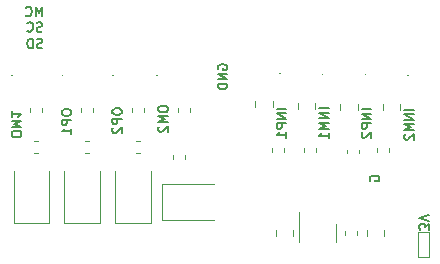
<source format=gbr>
%TF.GenerationSoftware,KiCad,Pcbnew,8.0.3*%
%TF.CreationDate,2024-06-12T16:29:16-04:00*%
%TF.ProjectId,tac5212_audio_board_single_ended,74616335-3231-4325-9f61-7564696f5f62,rev?*%
%TF.SameCoordinates,Original*%
%TF.FileFunction,Legend,Bot*%
%TF.FilePolarity,Positive*%
%FSLAX46Y46*%
G04 Gerber Fmt 4.6, Leading zero omitted, Abs format (unit mm)*
G04 Created by KiCad (PCBNEW 8.0.3) date 2024-06-12 16:29:16*
%MOMM*%
%LPD*%
G01*
G04 APERTURE LIST*
%ADD10C,0.150000*%
%ADD11C,0.120000*%
%ADD12C,0.100000*%
G04 APERTURE END LIST*
D10*
X99862295Y-108066541D02*
X99862295Y-108218922D01*
X99862295Y-108218922D02*
X99900390Y-108295112D01*
X99900390Y-108295112D02*
X99976580Y-108371303D01*
X99976580Y-108371303D02*
X100128961Y-108409398D01*
X100128961Y-108409398D02*
X100395628Y-108409398D01*
X100395628Y-108409398D02*
X100548009Y-108371303D01*
X100548009Y-108371303D02*
X100624200Y-108295112D01*
X100624200Y-108295112D02*
X100662295Y-108218922D01*
X100662295Y-108218922D02*
X100662295Y-108066541D01*
X100662295Y-108066541D02*
X100624200Y-107990350D01*
X100624200Y-107990350D02*
X100548009Y-107914160D01*
X100548009Y-107914160D02*
X100395628Y-107876064D01*
X100395628Y-107876064D02*
X100128961Y-107876064D01*
X100128961Y-107876064D02*
X99976580Y-107914160D01*
X99976580Y-107914160D02*
X99900390Y-107990350D01*
X99900390Y-107990350D02*
X99862295Y-108066541D01*
X100662295Y-108752255D02*
X99862295Y-108752255D01*
X99862295Y-108752255D02*
X99862295Y-109057017D01*
X99862295Y-109057017D02*
X99900390Y-109133207D01*
X99900390Y-109133207D02*
X99938485Y-109171302D01*
X99938485Y-109171302D02*
X100014676Y-109209398D01*
X100014676Y-109209398D02*
X100128961Y-109209398D01*
X100128961Y-109209398D02*
X100205152Y-109171302D01*
X100205152Y-109171302D02*
X100243247Y-109133207D01*
X100243247Y-109133207D02*
X100281342Y-109057017D01*
X100281342Y-109057017D02*
X100281342Y-108752255D01*
X99938485Y-109514159D02*
X99900390Y-109552255D01*
X99900390Y-109552255D02*
X99862295Y-109628445D01*
X99862295Y-109628445D02*
X99862295Y-109818921D01*
X99862295Y-109818921D02*
X99900390Y-109895112D01*
X99900390Y-109895112D02*
X99938485Y-109933207D01*
X99938485Y-109933207D02*
X100014676Y-109971302D01*
X100014676Y-109971302D02*
X100090866Y-109971302D01*
X100090866Y-109971302D02*
X100205152Y-109933207D01*
X100205152Y-109933207D02*
X100662295Y-109476064D01*
X100662295Y-109476064D02*
X100662295Y-109971302D01*
X121762295Y-107924160D02*
X120962295Y-107924160D01*
X121762295Y-108305112D02*
X120962295Y-108305112D01*
X120962295Y-108305112D02*
X121762295Y-108762255D01*
X121762295Y-108762255D02*
X120962295Y-108762255D01*
X121762295Y-109143207D02*
X120962295Y-109143207D01*
X120962295Y-109143207D02*
X120962295Y-109447969D01*
X120962295Y-109447969D02*
X121000390Y-109524159D01*
X121000390Y-109524159D02*
X121038485Y-109562254D01*
X121038485Y-109562254D02*
X121114676Y-109600350D01*
X121114676Y-109600350D02*
X121228961Y-109600350D01*
X121228961Y-109600350D02*
X121305152Y-109562254D01*
X121305152Y-109562254D02*
X121343247Y-109524159D01*
X121343247Y-109524159D02*
X121381342Y-109447969D01*
X121381342Y-109447969D02*
X121381342Y-109143207D01*
X121038485Y-109905111D02*
X121000390Y-109943207D01*
X121000390Y-109943207D02*
X120962295Y-110019397D01*
X120962295Y-110019397D02*
X120962295Y-110209873D01*
X120962295Y-110209873D02*
X121000390Y-110286064D01*
X121000390Y-110286064D02*
X121038485Y-110324159D01*
X121038485Y-110324159D02*
X121114676Y-110362254D01*
X121114676Y-110362254D02*
X121190866Y-110362254D01*
X121190866Y-110362254D02*
X121305152Y-110324159D01*
X121305152Y-110324159D02*
X121762295Y-109867016D01*
X121762295Y-109867016D02*
X121762295Y-110362254D01*
X108800390Y-104572744D02*
X108762295Y-104496554D01*
X108762295Y-104496554D02*
X108762295Y-104382268D01*
X108762295Y-104382268D02*
X108800390Y-104267982D01*
X108800390Y-104267982D02*
X108876580Y-104191792D01*
X108876580Y-104191792D02*
X108952771Y-104153697D01*
X108952771Y-104153697D02*
X109105152Y-104115601D01*
X109105152Y-104115601D02*
X109219438Y-104115601D01*
X109219438Y-104115601D02*
X109371819Y-104153697D01*
X109371819Y-104153697D02*
X109448009Y-104191792D01*
X109448009Y-104191792D02*
X109524200Y-104267982D01*
X109524200Y-104267982D02*
X109562295Y-104382268D01*
X109562295Y-104382268D02*
X109562295Y-104458459D01*
X109562295Y-104458459D02*
X109524200Y-104572744D01*
X109524200Y-104572744D02*
X109486104Y-104610840D01*
X109486104Y-104610840D02*
X109219438Y-104610840D01*
X109219438Y-104610840D02*
X109219438Y-104458459D01*
X109562295Y-104953697D02*
X108762295Y-104953697D01*
X108762295Y-104953697D02*
X109562295Y-105410840D01*
X109562295Y-105410840D02*
X108762295Y-105410840D01*
X109562295Y-105791792D02*
X108762295Y-105791792D01*
X108762295Y-105791792D02*
X108762295Y-105982268D01*
X108762295Y-105982268D02*
X108800390Y-106096554D01*
X108800390Y-106096554D02*
X108876580Y-106172744D01*
X108876580Y-106172744D02*
X108952771Y-106210839D01*
X108952771Y-106210839D02*
X109105152Y-106248935D01*
X109105152Y-106248935D02*
X109219438Y-106248935D01*
X109219438Y-106248935D02*
X109371819Y-106210839D01*
X109371819Y-106210839D02*
X109448009Y-106172744D01*
X109448009Y-106172744D02*
X109524200Y-106096554D01*
X109524200Y-106096554D02*
X109562295Y-105982268D01*
X109562295Y-105982268D02*
X109562295Y-105791792D01*
X125362295Y-107971660D02*
X124562295Y-107971660D01*
X125362295Y-108352612D02*
X124562295Y-108352612D01*
X124562295Y-108352612D02*
X125362295Y-108809755D01*
X125362295Y-108809755D02*
X124562295Y-108809755D01*
X125362295Y-109190707D02*
X124562295Y-109190707D01*
X124562295Y-109190707D02*
X125133723Y-109457373D01*
X125133723Y-109457373D02*
X124562295Y-109724040D01*
X124562295Y-109724040D02*
X125362295Y-109724040D01*
X124638485Y-110066897D02*
X124600390Y-110104993D01*
X124600390Y-110104993D02*
X124562295Y-110181183D01*
X124562295Y-110181183D02*
X124562295Y-110371659D01*
X124562295Y-110371659D02*
X124600390Y-110447850D01*
X124600390Y-110447850D02*
X124638485Y-110485945D01*
X124638485Y-110485945D02*
X124714676Y-110524040D01*
X124714676Y-110524040D02*
X124790866Y-110524040D01*
X124790866Y-110524040D02*
X124905152Y-110485945D01*
X124905152Y-110485945D02*
X125362295Y-110028802D01*
X125362295Y-110028802D02*
X125362295Y-110524040D01*
X103762295Y-107841541D02*
X103762295Y-107993922D01*
X103762295Y-107993922D02*
X103800390Y-108070112D01*
X103800390Y-108070112D02*
X103876580Y-108146303D01*
X103876580Y-108146303D02*
X104028961Y-108184398D01*
X104028961Y-108184398D02*
X104295628Y-108184398D01*
X104295628Y-108184398D02*
X104448009Y-108146303D01*
X104448009Y-108146303D02*
X104524200Y-108070112D01*
X104524200Y-108070112D02*
X104562295Y-107993922D01*
X104562295Y-107993922D02*
X104562295Y-107841541D01*
X104562295Y-107841541D02*
X104524200Y-107765350D01*
X104524200Y-107765350D02*
X104448009Y-107689160D01*
X104448009Y-107689160D02*
X104295628Y-107651064D01*
X104295628Y-107651064D02*
X104028961Y-107651064D01*
X104028961Y-107651064D02*
X103876580Y-107689160D01*
X103876580Y-107689160D02*
X103800390Y-107765350D01*
X103800390Y-107765350D02*
X103762295Y-107841541D01*
X104562295Y-108527255D02*
X103762295Y-108527255D01*
X103762295Y-108527255D02*
X104333723Y-108793921D01*
X104333723Y-108793921D02*
X103762295Y-109060588D01*
X103762295Y-109060588D02*
X104562295Y-109060588D01*
X103838485Y-109403445D02*
X103800390Y-109441541D01*
X103800390Y-109441541D02*
X103762295Y-109517731D01*
X103762295Y-109517731D02*
X103762295Y-109708207D01*
X103762295Y-109708207D02*
X103800390Y-109784398D01*
X103800390Y-109784398D02*
X103838485Y-109822493D01*
X103838485Y-109822493D02*
X103914676Y-109860588D01*
X103914676Y-109860588D02*
X103990866Y-109860588D01*
X103990866Y-109860588D02*
X104105152Y-109822493D01*
X104105152Y-109822493D02*
X104562295Y-109365350D01*
X104562295Y-109365350D02*
X104562295Y-109860588D01*
X126647704Y-118137030D02*
X126647704Y-117641792D01*
X126647704Y-117641792D02*
X126342942Y-117908458D01*
X126342942Y-117908458D02*
X126342942Y-117794173D01*
X126342942Y-117794173D02*
X126304847Y-117717982D01*
X126304847Y-117717982D02*
X126266752Y-117679887D01*
X126266752Y-117679887D02*
X126190561Y-117641792D01*
X126190561Y-117641792D02*
X126000085Y-117641792D01*
X126000085Y-117641792D02*
X125923895Y-117679887D01*
X125923895Y-117679887D02*
X125885800Y-117717982D01*
X125885800Y-117717982D02*
X125847704Y-117794173D01*
X125847704Y-117794173D02*
X125847704Y-118022744D01*
X125847704Y-118022744D02*
X125885800Y-118098935D01*
X125885800Y-118098935D02*
X125923895Y-118137030D01*
X126647704Y-117413220D02*
X125847704Y-117146553D01*
X125847704Y-117146553D02*
X126647704Y-116879887D01*
X93908208Y-102724200D02*
X93793922Y-102762295D01*
X93793922Y-102762295D02*
X93603446Y-102762295D01*
X93603446Y-102762295D02*
X93527255Y-102724200D01*
X93527255Y-102724200D02*
X93489160Y-102686104D01*
X93489160Y-102686104D02*
X93451065Y-102609914D01*
X93451065Y-102609914D02*
X93451065Y-102533723D01*
X93451065Y-102533723D02*
X93489160Y-102457533D01*
X93489160Y-102457533D02*
X93527255Y-102419438D01*
X93527255Y-102419438D02*
X93603446Y-102381342D01*
X93603446Y-102381342D02*
X93755827Y-102343247D01*
X93755827Y-102343247D02*
X93832017Y-102305152D01*
X93832017Y-102305152D02*
X93870112Y-102267057D01*
X93870112Y-102267057D02*
X93908208Y-102190866D01*
X93908208Y-102190866D02*
X93908208Y-102114676D01*
X93908208Y-102114676D02*
X93870112Y-102038485D01*
X93870112Y-102038485D02*
X93832017Y-102000390D01*
X93832017Y-102000390D02*
X93755827Y-101962295D01*
X93755827Y-101962295D02*
X93565350Y-101962295D01*
X93565350Y-101962295D02*
X93451065Y-102000390D01*
X93108207Y-102762295D02*
X93108207Y-101962295D01*
X93108207Y-101962295D02*
X92917731Y-101962295D01*
X92917731Y-101962295D02*
X92803445Y-102000390D01*
X92803445Y-102000390D02*
X92727255Y-102076580D01*
X92727255Y-102076580D02*
X92689160Y-102152771D01*
X92689160Y-102152771D02*
X92651064Y-102305152D01*
X92651064Y-102305152D02*
X92651064Y-102419438D01*
X92651064Y-102419438D02*
X92689160Y-102571819D01*
X92689160Y-102571819D02*
X92727255Y-102648009D01*
X92727255Y-102648009D02*
X92803445Y-102724200D01*
X92803445Y-102724200D02*
X92917731Y-102762295D01*
X92917731Y-102762295D02*
X93108207Y-102762295D01*
X93922493Y-100062295D02*
X93922493Y-99262295D01*
X93922493Y-99262295D02*
X93655827Y-99833723D01*
X93655827Y-99833723D02*
X93389160Y-99262295D01*
X93389160Y-99262295D02*
X93389160Y-100062295D01*
X92551064Y-99986104D02*
X92589160Y-100024200D01*
X92589160Y-100024200D02*
X92703445Y-100062295D01*
X92703445Y-100062295D02*
X92779636Y-100062295D01*
X92779636Y-100062295D02*
X92893922Y-100024200D01*
X92893922Y-100024200D02*
X92970112Y-99948009D01*
X92970112Y-99948009D02*
X93008207Y-99871819D01*
X93008207Y-99871819D02*
X93046303Y-99719438D01*
X93046303Y-99719438D02*
X93046303Y-99605152D01*
X93046303Y-99605152D02*
X93008207Y-99452771D01*
X93008207Y-99452771D02*
X92970112Y-99376580D01*
X92970112Y-99376580D02*
X92893922Y-99300390D01*
X92893922Y-99300390D02*
X92779636Y-99262295D01*
X92779636Y-99262295D02*
X92703445Y-99262295D01*
X92703445Y-99262295D02*
X92589160Y-99300390D01*
X92589160Y-99300390D02*
X92551064Y-99338485D01*
X93908208Y-101324200D02*
X93793922Y-101362295D01*
X93793922Y-101362295D02*
X93603446Y-101362295D01*
X93603446Y-101362295D02*
X93527255Y-101324200D01*
X93527255Y-101324200D02*
X93489160Y-101286104D01*
X93489160Y-101286104D02*
X93451065Y-101209914D01*
X93451065Y-101209914D02*
X93451065Y-101133723D01*
X93451065Y-101133723D02*
X93489160Y-101057533D01*
X93489160Y-101057533D02*
X93527255Y-101019438D01*
X93527255Y-101019438D02*
X93603446Y-100981342D01*
X93603446Y-100981342D02*
X93755827Y-100943247D01*
X93755827Y-100943247D02*
X93832017Y-100905152D01*
X93832017Y-100905152D02*
X93870112Y-100867057D01*
X93870112Y-100867057D02*
X93908208Y-100790866D01*
X93908208Y-100790866D02*
X93908208Y-100714676D01*
X93908208Y-100714676D02*
X93870112Y-100638485D01*
X93870112Y-100638485D02*
X93832017Y-100600390D01*
X93832017Y-100600390D02*
X93755827Y-100562295D01*
X93755827Y-100562295D02*
X93565350Y-100562295D01*
X93565350Y-100562295D02*
X93451065Y-100600390D01*
X92651064Y-101286104D02*
X92689160Y-101324200D01*
X92689160Y-101324200D02*
X92803445Y-101362295D01*
X92803445Y-101362295D02*
X92879636Y-101362295D01*
X92879636Y-101362295D02*
X92993922Y-101324200D01*
X92993922Y-101324200D02*
X93070112Y-101248009D01*
X93070112Y-101248009D02*
X93108207Y-101171819D01*
X93108207Y-101171819D02*
X93146303Y-101019438D01*
X93146303Y-101019438D02*
X93146303Y-100905152D01*
X93146303Y-100905152D02*
X93108207Y-100752771D01*
X93108207Y-100752771D02*
X93070112Y-100676580D01*
X93070112Y-100676580D02*
X92993922Y-100600390D01*
X92993922Y-100600390D02*
X92879636Y-100562295D01*
X92879636Y-100562295D02*
X92803445Y-100562295D01*
X92803445Y-100562295D02*
X92689160Y-100600390D01*
X92689160Y-100600390D02*
X92651064Y-100638485D01*
X95562295Y-108141541D02*
X95562295Y-108293922D01*
X95562295Y-108293922D02*
X95600390Y-108370112D01*
X95600390Y-108370112D02*
X95676580Y-108446303D01*
X95676580Y-108446303D02*
X95828961Y-108484398D01*
X95828961Y-108484398D02*
X96095628Y-108484398D01*
X96095628Y-108484398D02*
X96248009Y-108446303D01*
X96248009Y-108446303D02*
X96324200Y-108370112D01*
X96324200Y-108370112D02*
X96362295Y-108293922D01*
X96362295Y-108293922D02*
X96362295Y-108141541D01*
X96362295Y-108141541D02*
X96324200Y-108065350D01*
X96324200Y-108065350D02*
X96248009Y-107989160D01*
X96248009Y-107989160D02*
X96095628Y-107951064D01*
X96095628Y-107951064D02*
X95828961Y-107951064D01*
X95828961Y-107951064D02*
X95676580Y-107989160D01*
X95676580Y-107989160D02*
X95600390Y-108065350D01*
X95600390Y-108065350D02*
X95562295Y-108141541D01*
X96362295Y-108827255D02*
X95562295Y-108827255D01*
X95562295Y-108827255D02*
X95562295Y-109132017D01*
X95562295Y-109132017D02*
X95600390Y-109208207D01*
X95600390Y-109208207D02*
X95638485Y-109246302D01*
X95638485Y-109246302D02*
X95714676Y-109284398D01*
X95714676Y-109284398D02*
X95828961Y-109284398D01*
X95828961Y-109284398D02*
X95905152Y-109246302D01*
X95905152Y-109246302D02*
X95943247Y-109208207D01*
X95943247Y-109208207D02*
X95981342Y-109132017D01*
X95981342Y-109132017D02*
X95981342Y-108827255D01*
X96362295Y-110046302D02*
X96362295Y-109589159D01*
X96362295Y-109817731D02*
X95562295Y-109817731D01*
X95562295Y-109817731D02*
X95676580Y-109741540D01*
X95676580Y-109741540D02*
X95752771Y-109665350D01*
X95752771Y-109665350D02*
X95790866Y-109589159D01*
X118162295Y-107851660D02*
X117362295Y-107851660D01*
X118162295Y-108232612D02*
X117362295Y-108232612D01*
X117362295Y-108232612D02*
X118162295Y-108689755D01*
X118162295Y-108689755D02*
X117362295Y-108689755D01*
X118162295Y-109070707D02*
X117362295Y-109070707D01*
X117362295Y-109070707D02*
X117933723Y-109337373D01*
X117933723Y-109337373D02*
X117362295Y-109604040D01*
X117362295Y-109604040D02*
X118162295Y-109604040D01*
X118162295Y-110404040D02*
X118162295Y-109946897D01*
X118162295Y-110175469D02*
X117362295Y-110175469D01*
X117362295Y-110175469D02*
X117476580Y-110099278D01*
X117476580Y-110099278D02*
X117552771Y-110023088D01*
X117552771Y-110023088D02*
X117590866Y-109946897D01*
X121700390Y-114010839D02*
X121662295Y-113934649D01*
X121662295Y-113934649D02*
X121662295Y-113820363D01*
X121662295Y-113820363D02*
X121700390Y-113706077D01*
X121700390Y-113706077D02*
X121776580Y-113629887D01*
X121776580Y-113629887D02*
X121852771Y-113591792D01*
X121852771Y-113591792D02*
X122005152Y-113553696D01*
X122005152Y-113553696D02*
X122119438Y-113553696D01*
X122119438Y-113553696D02*
X122271819Y-113591792D01*
X122271819Y-113591792D02*
X122348009Y-113629887D01*
X122348009Y-113629887D02*
X122424200Y-113706077D01*
X122424200Y-113706077D02*
X122462295Y-113820363D01*
X122462295Y-113820363D02*
X122462295Y-113896554D01*
X122462295Y-113896554D02*
X122424200Y-114010839D01*
X122424200Y-114010839D02*
X122386104Y-114048935D01*
X122386104Y-114048935D02*
X122119438Y-114048935D01*
X122119438Y-114048935D02*
X122119438Y-113896554D01*
X92137704Y-110120112D02*
X92137704Y-109967731D01*
X92137704Y-109967731D02*
X92099609Y-109891541D01*
X92099609Y-109891541D02*
X92023419Y-109815350D01*
X92023419Y-109815350D02*
X91871038Y-109777255D01*
X91871038Y-109777255D02*
X91604371Y-109777255D01*
X91604371Y-109777255D02*
X91451990Y-109815350D01*
X91451990Y-109815350D02*
X91375800Y-109891541D01*
X91375800Y-109891541D02*
X91337704Y-109967731D01*
X91337704Y-109967731D02*
X91337704Y-110120112D01*
X91337704Y-110120112D02*
X91375800Y-110196303D01*
X91375800Y-110196303D02*
X91451990Y-110272493D01*
X91451990Y-110272493D02*
X91604371Y-110310589D01*
X91604371Y-110310589D02*
X91871038Y-110310589D01*
X91871038Y-110310589D02*
X92023419Y-110272493D01*
X92023419Y-110272493D02*
X92099609Y-110196303D01*
X92099609Y-110196303D02*
X92137704Y-110120112D01*
X91337704Y-109434398D02*
X92137704Y-109434398D01*
X92137704Y-109434398D02*
X91566276Y-109167732D01*
X91566276Y-109167732D02*
X92137704Y-108901065D01*
X92137704Y-108901065D02*
X91337704Y-108901065D01*
X91337704Y-108101065D02*
X91337704Y-108558208D01*
X91337704Y-108329636D02*
X92137704Y-108329636D01*
X92137704Y-108329636D02*
X92023419Y-108405827D01*
X92023419Y-108405827D02*
X91947228Y-108482017D01*
X91947228Y-108482017D02*
X91909133Y-108558208D01*
X114562295Y-107914160D02*
X113762295Y-107914160D01*
X114562295Y-108295112D02*
X113762295Y-108295112D01*
X113762295Y-108295112D02*
X114562295Y-108752255D01*
X114562295Y-108752255D02*
X113762295Y-108752255D01*
X114562295Y-109133207D02*
X113762295Y-109133207D01*
X113762295Y-109133207D02*
X113762295Y-109437969D01*
X113762295Y-109437969D02*
X113800390Y-109514159D01*
X113800390Y-109514159D02*
X113838485Y-109552254D01*
X113838485Y-109552254D02*
X113914676Y-109590350D01*
X113914676Y-109590350D02*
X114028961Y-109590350D01*
X114028961Y-109590350D02*
X114105152Y-109552254D01*
X114105152Y-109552254D02*
X114143247Y-109514159D01*
X114143247Y-109514159D02*
X114181342Y-109437969D01*
X114181342Y-109437969D02*
X114181342Y-109133207D01*
X114562295Y-110352254D02*
X114562295Y-109895111D01*
X114562295Y-110123683D02*
X113762295Y-110123683D01*
X113762295Y-110123683D02*
X113876580Y-110047492D01*
X113876580Y-110047492D02*
X113952771Y-109971302D01*
X113952771Y-109971302D02*
X113990866Y-109895111D01*
D11*
%TO.C,T\u002AC1*%
X121399314Y-118176248D02*
X121399314Y-118698752D01*
X122869314Y-118176248D02*
X122869314Y-118698752D01*
%TO.C,C1011*%
X113390000Y-111546267D02*
X113390000Y-111253733D01*
X114410000Y-111546267D02*
X114410000Y-111253733D01*
D12*
%TO.C,D20*%
X103685000Y-105100000D02*
G75*
G02*
X103585000Y-105100000I-50000J0D01*
G01*
X103585000Y-105100000D02*
G75*
G02*
X103685000Y-105100000I50000J0D01*
G01*
D11*
%TO.C,R17*%
X97871267Y-110590000D02*
X97528733Y-110590000D01*
X97871267Y-111610000D02*
X97528733Y-111610000D01*
%TO.C,T\u002AC2*%
X119524314Y-118291233D02*
X119524314Y-118583767D01*
X120544314Y-118291233D02*
X120544314Y-118583767D01*
%TO.C,C1012*%
X122290000Y-111546267D02*
X122290000Y-111253733D01*
X123310000Y-111546267D02*
X123310000Y-111253733D01*
%TO.C,C1009*%
X119690000Y-111646267D02*
X119690000Y-111353733D01*
X120710000Y-111646267D02*
X120710000Y-111353733D01*
%TO.C,C19*%
X91490000Y-113150000D02*
X91490000Y-117535000D01*
X91490000Y-117535000D02*
X94510000Y-117535000D01*
X94510000Y-117535000D02*
X94510000Y-113150000D01*
%TO.C,T\u002AC3*%
X113699314Y-118176248D02*
X113699314Y-118698752D01*
X115169314Y-118176248D02*
X115169314Y-118698752D01*
%TO.C,3V3*%
D12*
X125710000Y-118350000D02*
X126710000Y-118350000D01*
X126710000Y-120460000D01*
X125710000Y-120460000D01*
X125710000Y-118350000D01*
D11*
%TO.C,C21*%
X104090001Y-114290000D02*
X104090001Y-117310000D01*
X104090001Y-117310000D02*
X108475001Y-117310000D01*
X108475001Y-114290000D02*
X104090001Y-114290000D01*
%TO.C,R18*%
X93228733Y-110590000D02*
X93571267Y-110590000D01*
X93228733Y-111610000D02*
X93571267Y-111610000D01*
D12*
%TO.C,D1002*%
X121315000Y-105035000D02*
G75*
G02*
X121215000Y-105035000I-50000J0D01*
G01*
X121215000Y-105035000D02*
G75*
G02*
X121315000Y-105035000I50000J0D01*
G01*
D11*
%TO.C,FB1003*%
X115565000Y-107923752D02*
X115565000Y-107401248D01*
X117035000Y-107923752D02*
X117035000Y-107401248D01*
%TO.C,FB1004*%
X111965000Y-107761252D02*
X111965000Y-107238748D01*
X113435000Y-107761252D02*
X113435000Y-107238748D01*
%TO.C,R19*%
X102171267Y-110590000D02*
X101828733Y-110590000D01*
X102171267Y-111610000D02*
X101828733Y-111610000D01*
D12*
%TO.C,D1005*%
X124915000Y-105082500D02*
G75*
G02*
X124815000Y-105082500I-50000J0D01*
G01*
X124815000Y-105082500D02*
G75*
G02*
X124915000Y-105082500I50000J0D01*
G01*
D11*
%TO.C,C25*%
X105390000Y-107853733D02*
X105390000Y-108146267D01*
X106410000Y-107853733D02*
X106410000Y-108146267D01*
%TO.C,U2*%
X115651814Y-116615000D02*
X115651814Y-118415000D01*
X115651814Y-119215000D02*
X115651814Y-118415000D01*
X118771814Y-117615000D02*
X118771814Y-118415000D01*
X118771814Y-119215000D02*
X118771814Y-118415000D01*
D12*
%TO.C,D17*%
X95685000Y-105100000D02*
G75*
G02*
X95585000Y-105100000I-50000J0D01*
G01*
X95585000Y-105100000D02*
G75*
G02*
X95685000Y-105100000I50000J0D01*
G01*
D11*
%TO.C,C22*%
X97190000Y-107853733D02*
X97190000Y-108146267D01*
X98210000Y-107853733D02*
X98210000Y-108146267D01*
%TO.C,C1010*%
X116090000Y-111546267D02*
X116090000Y-111253733D01*
X117110000Y-111546267D02*
X117110000Y-111253733D01*
D12*
%TO.C,D19*%
X99985000Y-105100000D02*
G75*
G02*
X99885000Y-105100000I-50000J0D01*
G01*
X99885000Y-105100000D02*
G75*
G02*
X99985000Y-105100000I50000J0D01*
G01*
D11*
%TO.C,C18*%
X95790000Y-113150000D02*
X95790000Y-117535000D01*
X95790000Y-117535000D02*
X98810000Y-117535000D01*
X98810000Y-117535000D02*
X98810000Y-113150000D01*
D12*
%TO.C,D18*%
X91385000Y-105100000D02*
G75*
G02*
X91285000Y-105100000I-50000J0D01*
G01*
X91285000Y-105100000D02*
G75*
G02*
X91385000Y-105100000I50000J0D01*
G01*
D11*
%TO.C,C24*%
X101490000Y-107853733D02*
X101490000Y-108146267D01*
X102510000Y-107853733D02*
X102510000Y-108146267D01*
%TO.C,C20*%
X100090000Y-113150000D02*
X100090000Y-117535000D01*
X100090000Y-117535000D02*
X103110000Y-117535000D01*
X103110000Y-117535000D02*
X103110000Y-113150000D01*
D12*
%TO.C,D1003*%
X117715000Y-105035000D02*
G75*
G02*
X117615000Y-105035000I-50000J0D01*
G01*
X117615000Y-105035000D02*
G75*
G02*
X117715000Y-105035000I50000J0D01*
G01*
D11*
%TO.C,R20*%
X104990000Y-112171267D02*
X104990000Y-111828733D01*
X106010000Y-112171267D02*
X106010000Y-111828733D01*
%TO.C,FB1002*%
X119165000Y-107996252D02*
X119165000Y-107473748D01*
X120635000Y-107996252D02*
X120635000Y-107473748D01*
%TO.C,FB1001*%
X122765000Y-108033752D02*
X122765000Y-107511248D01*
X124235000Y-108033752D02*
X124235000Y-107511248D01*
D12*
%TO.C,D1004*%
X114115000Y-104900000D02*
G75*
G02*
X114015000Y-104900000I-50000J0D01*
G01*
X114015000Y-104900000D02*
G75*
G02*
X114115000Y-104900000I50000J0D01*
G01*
D11*
%TO.C,C23*%
X92890000Y-107853733D02*
X92890000Y-108146267D01*
X93910000Y-107853733D02*
X93910000Y-108146267D01*
%TD*%
M02*

</source>
